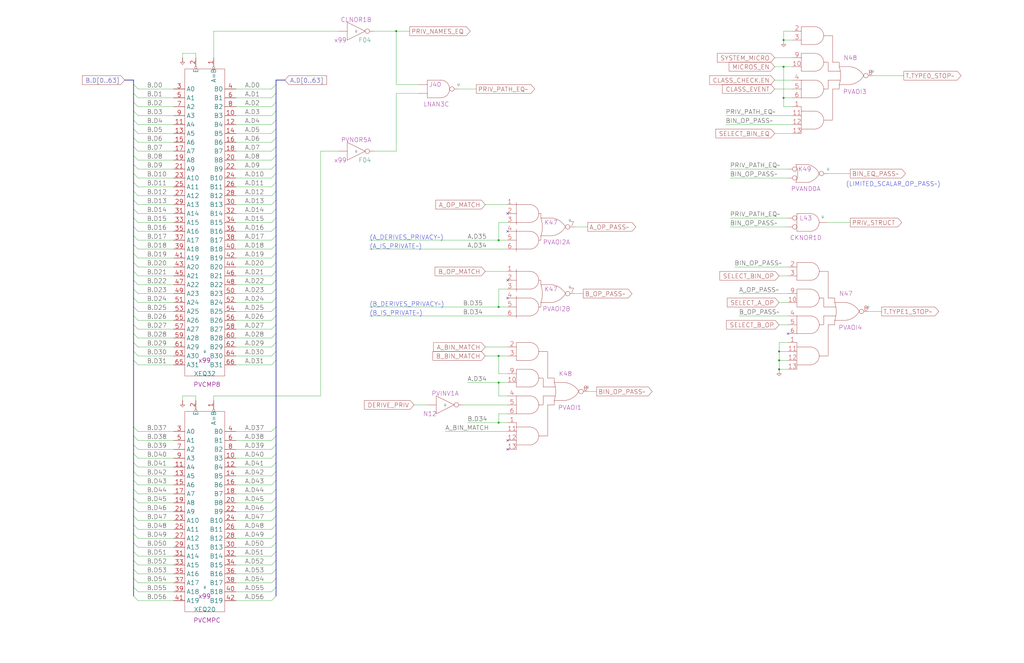
<source format=kicad_sch>
(kicad_sch (version 20220404) (generator eeschema)
  (paper "User" 584.2 378.46)
  (title_block (title "PRIVACY CHECK LOGIC") (date "15-MAR-90") (rev "1.0") (comment 1 "TYPE") (comment 2 "232-003062") (comment 3 "S400") (comment 4 "RELEASED"))
  (lib_symbols
    (symbol "r1000:F00" (pin_numbers hide) (pin_names hide)
      (property "Reference" "U" (at 15.24 0 0))
      (property "Value" "F00" (at 1.905 -5.08 0))
      (property "Location" "___" (at 1.905 0 0))
      (property "Name" "______" (at 2.54 -12.7 0))
      (symbol "F00_1_1"
        (pin input line (at -7.62 0 0) (length 5.08) (name "D0") (number "1"))
        (pin input line (at -7.62 -5.08 0) (length 5.08) (name "D1") (number "2"))
        (pin output line (at 15.24 -2.54 180) (length 2.54) (name "Q") (number "3"))
      )
      (symbol "F00_1_2"
        (pin input line (at -7.62 0 0) (length 2.54) (name "D0") (number "1"))
        (pin input line (at -7.62 -5.08 0) (length 2.54) (name "D1") (number "2"))
        (pin output line (at 15.24 -2.54 180) (length 5.08) (name "Q") (number "3"))
      )
    )
    (symbol "r1000:F02" (pin_numbers hide) (pin_names hide)
      (property "Reference" "U" (at 12.16 0.635 0))
      (property "Value" "F02" (at -1.27 -4.445 0))
      (property "Location" "___" (at 2.54 0 0))
      (property "Name" "______" (at 2.54 -12.7 0))
      (symbol "F02_1_1"
        (pin input line (at -7.62 0 0) (length 2.54) (name "D0") (number "1"))
        (pin input line (at -7.62 -5.08 0) (length 2.54) (name "D1") (number "2"))
        (pin output line (at 15.24 -2.54 180) (length 1.27) (name "Q") (number "3"))
      )
      (symbol "F02_1_2"
        (pin input line (at -7.62 0 0) (length 2.54) (name "D0") (number "1"))
        (pin input line (at -7.62 -5.08 0) (length 2.54) (name "D1") (number "2"))
        (pin output line (at 15.24 -2.54 180) (length 2.54) (name "Q") (number "3"))
      )
    )
    (symbol "r1000:F04" (pin_numbers hide) (pin_names hide)
      (property "Reference" "U" (at 0 0 0))
      (property "Value" "F04" (at 1.27 -5.08 0))
      (property "Location" "___" (at -12.7 -5.08 0))
      (property "Name" "______" (at 0 5.08 0))
      (symbol "F04_1_1"
        (pin input line (at -10.16 0 0) (length 2.54) (name "D0") (number "1"))
        (pin output line (at 10.16 0 180) (length 2.54) (name "Q") (number "2"))
      )
    )
    (symbol "r1000:F08" (pin_numbers hide) (pin_names hide)
      (property "Reference" "U" (at 15.24 0 0))
      (property "Value" "F08" (at 1.905 -5.08 0))
      (property "Location" "___" (at 1.905 0 0))
      (property "Name" "______" (at 2.54 -12.7 0))
      (symbol "F08_1_1"
        (pin input line (at -7.62 0 0) (length 5.08) (name "D0") (number "1"))
        (pin input line (at -7.62 -5.08 0) (length 5.08) (name "D1") (number "2"))
        (pin output line (at 15.24 -2.54 180) (length 5.08) (name "Q") (number "3"))
      )
      (symbol "F08_1_2"
        (pin input line (at -7.62 0 0) (length 2.54) (name "D0") (number "1"))
        (pin input line (at -7.62 -5.08 0) (length 2.54) (name "D1") (number "2"))
        (pin output line (at 15.24 -2.54 180) (length 2.54) (name "Q") (number "3"))
      )
    )
    (symbol "r1000:F51" (pin_names hide)
      (property "Reference" "U" (at 12.7 1.27 0))
      (property "Value" "F51" (at 1.905 -5.08 0))
      (property "Location" "___" (at 1.905 0 0))
      (property "Name" "______" (at 5.08 -12.7 0))
      (symbol "F51_1_1"
        (pin input line (at -22.86 10.16 0) (length 2.54) (name "A1") (number "1"))
        (pin input line (at -22.86 5.08 0) (length 2.54) (name "A2") (number "2"))
        (pin input line (at -22.86 0 0) (length 2.54) (name "A3") (number "3"))
        (pin input line (at -22.86 -5.08 0) (length 2.54) (name "B1") (number "4"))
        (pin input line (at -22.86 -10.16 0) (length 2.54) (name "B2") (number "5"))
        (pin input line (at -22.86 -15.24 0) (length 2.54) (name "B3") (number "6"))
        (pin output line (at 15.24 -2.54 180) (length 2.54) (name "Q") (number "7"))
      )
    )
    (symbol "r1000:F64" (pin_names hide)
      (property "Reference" "U" (at 15.24 2.54 0))
      (property "Value" "F64" (at 2.54 0 0))
      (property "Location" "___" (at 2.54 10.16 0))
      (property "Name" "______" (at 5.08 -10.62 0))
      (symbol "F64_1_1"
        (pin input line (at -30.48 -17.78 0) (length 5.08) (name "D0") (number "1"))
        (pin input line (at -30.48 5.08 0) (length 5.08) (name "B1") (number "10"))
        (pin input line (at -30.48 -22.86 0) (length 5.08) (name "D1") (number "11"))
        (pin input line (at -30.48 -27.94 0) (length 5.08) (name "D2") (number "12"))
        (pin input line (at -30.48 -33.02 0) (length 5.08) (name "D3") (number "13"))
        (pin input line (at -30.48 25.4 0) (length 5.08) (name "A0") (number "2"))
        (pin input line (at -30.48 20.32 0) (length 5.08) (name "A1") (number "3"))
        (pin input line (at -30.48 -2.54 0) (length 5.08) (name "C0") (number "4"))
        (pin input line (at -30.48 -7.62 0) (length 5.08) (name "C1") (number "5"))
        (pin input line (at -30.48 -12.7 0) (length 5.08) (name "C2") (number "6"))
        (pin output line (at 15.24 0 180) (length 2.54) (name "Q") (number "8"))
        (pin input line (at -30.48 10.16 0) (length 5.08) (name "B0") (number "9"))
      )
    )
    (symbol "r1000:PD" (power) (pin_numbers hide) (pin_names hide) (in_bom no)
      (symbol "PD_1_1"
        (pin power_in line (at 0 0 270) (length 2.54) (name "PD") (number "1"))
      )
    )
    (symbol "r1000:XEQ20" (pin_names (offset 1.016))
      (property "Reference" "U" (at 2.54 5.08 0))
      (property "Value" "XEQ20" (at -3.81 -7.62 0))
      (property "Location" "___" (at -1.27 0 0))
      (property "Name" "______" (at 3.81 -15.24 0))
      (symbol "XEQ20_1_1"
        (pin output line (at 7.62 111.76 270) (length 5.08) (name "A=B") (number "1"))
        (pin input line (at 20.32 78.74 180) (length 6.35) (name "B3") (number "10"))
        (pin input line (at -15.24 73.66 0) (length 6.35) (name "A4") (number "11"))
        (pin input line (at 20.32 73.66 180) (length 6.35) (name "B4") (number "12"))
        (pin input line (at -15.24 68.58 0) (length 6.35) (name "A5") (number "13"))
        (pin input line (at 20.32 68.58 180) (length 6.35) (name "B5") (number "14"))
        (pin input line (at -15.24 63.5 0) (length 6.35) (name "A6") (number "15"))
        (pin input line (at 20.32 63.5 180) (length 6.35) (name "B6") (number "16"))
        (pin input line (at -15.24 58.42 0) (length 6.35) (name "A7") (number "17"))
        (pin input line (at 20.32 58.42 180) (length 6.35) (name "B7") (number "18"))
        (pin input line (at -15.24 53.34 0) (length 6.35) (name "A8") (number "19"))
        (pin input line (at -2.54 111.76 270) (length 5.08) (name "E") (number "2"))
        (pin input line (at 20.32 53.34 180) (length 6.35) (name "B8") (number "20"))
        (pin input line (at -15.24 48.26 0) (length 6.35) (name "A9") (number "21"))
        (pin input line (at 20.32 48.26 180) (length 6.35) (name "B9") (number "22"))
        (pin input line (at -15.24 43.18 0) (length 6.35) (name "A10") (number "23"))
        (pin input line (at 20.32 43.18 180) (length 6.35) (name "B10") (number "24"))
        (pin input line (at -15.24 38.1 0) (length 6.35) (name "A11") (number "25"))
        (pin input line (at 20.32 38.1 180) (length 6.35) (name "B11") (number "26"))
        (pin input line (at -15.24 33.02 0) (length 6.35) (name "A12") (number "27"))
        (pin input line (at 20.32 33.02 180) (length 6.35) (name "B12") (number "28"))
        (pin input line (at -15.24 27.94 0) (length 6.35) (name "A13") (number "29"))
        (pin input line (at -15.24 93.98 0) (length 6.35) (name "A0") (number "3"))
        (pin input line (at 20.32 27.94 180) (length 6.35) (name "B13") (number "30"))
        (pin input line (at -15.24 22.86 0) (length 6.35) (name "A14") (number "31"))
        (pin input line (at 20.32 22.86 180) (length 6.35) (name "B14") (number "32"))
        (pin input line (at -15.24 17.78 0) (length 6.35) (name "A15") (number "33"))
        (pin input line (at 20.32 17.78 180) (length 6.35) (name "B15") (number "34"))
        (pin input line (at -15.24 12.7 0) (length 6.35) (name "A16") (number "35"))
        (pin input line (at 20.32 12.7 180) (length 6.35) (name "B16") (number "36"))
        (pin input line (at -15.24 7.62 0) (length 6.35) (name "A17") (number "37"))
        (pin input line (at 20.32 7.62 180) (length 6.35) (name "B17") (number "38"))
        (pin input line (at -15.24 2.54 0) (length 6.35) (name "A18") (number "39"))
        (pin input line (at 20.32 93.98 180) (length 6.35) (name "B0") (number "4"))
        (pin input line (at 20.32 2.54 180) (length 6.35) (name "B18") (number "40"))
        (pin input line (at -15.24 -2.54 0) (length 6.35) (name "A19") (number "41"))
        (pin input line (at 20.32 -2.54 180) (length 6.35) (name "B19") (number "42"))
        (pin input line (at -15.24 88.9 0) (length 6.35) (name "A1") (number "5"))
        (pin input line (at 20.32 88.9 180) (length 6.35) (name "B1") (number "6"))
        (pin input line (at -15.24 83.82 0) (length 6.35) (name "A2") (number "7"))
        (pin input line (at 20.32 83.82 180) (length 6.35) (name "B2") (number "8"))
        (pin input line (at -15.24 78.74 0) (length 6.35) (name "A3") (number "9"))
      )
    )
    (symbol "r1000:XEQ32" (pin_names (offset 1.016))
      (property "Reference" "U" (at 2.54 5.08 0))
      (property "Value" "XEQ32" (at -3.81 -7.62 0))
      (property "Location" "___" (at -1.27 0 0))
      (property "Name" "______" (at 3.81 -15.24 0))
      (symbol "XEQ32_1_1"
        (pin output line (at 7.62 172.72 270) (length 5.08) (name "A=B") (number "1"))
        (pin input line (at 20.32 139.7 180) (length 6.35) (name "B3") (number "10"))
        (pin input line (at -15.24 134.62 0) (length 6.35) (name "A4") (number "11"))
        (pin input line (at 20.32 134.62 180) (length 6.35) (name "B4") (number "12"))
        (pin input line (at -15.24 129.54 0) (length 6.35) (name "A5") (number "13"))
        (pin input line (at 20.32 129.54 180) (length 6.35) (name "B5") (number "14"))
        (pin input line (at -15.24 124.46 0) (length 6.35) (name "A6") (number "15"))
        (pin input line (at 20.32 124.46 180) (length 6.35) (name "B6") (number "16"))
        (pin input line (at -15.24 119.38 0) (length 6.35) (name "A7") (number "17"))
        (pin input line (at 20.32 119.38 180) (length 6.35) (name "B7") (number "18"))
        (pin input line (at -15.24 114.3 0) (length 6.35) (name "A8") (number "19"))
        (pin input line (at -2.54 172.72 270) (length 5.08) (name "E") (number "2"))
        (pin input line (at 20.32 114.3 180) (length 6.35) (name "B8") (number "20"))
        (pin input line (at -15.24 109.22 0) (length 6.35) (name "A9") (number "21"))
        (pin input line (at 20.32 109.22 180) (length 6.35) (name "B9") (number "22"))
        (pin input line (at -15.24 104.14 0) (length 6.35) (name "A10") (number "23"))
        (pin input line (at 20.32 104.14 180) (length 6.35) (name "B10") (number "24"))
        (pin input line (at -15.24 99.06 0) (length 6.35) (name "A11") (number "25"))
        (pin input line (at 20.32 99.06 180) (length 6.35) (name "B11") (number "26"))
        (pin input line (at -15.24 93.98 0) (length 6.35) (name "A12") (number "27"))
        (pin input line (at 20.32 93.98 180) (length 6.35) (name "B12") (number "28"))
        (pin input line (at -15.24 88.9 0) (length 6.35) (name "A13") (number "29"))
        (pin input line (at -15.24 154.94 0) (length 6.35) (name "A0") (number "3"))
        (pin input line (at 20.32 88.9 180) (length 6.35) (name "B13") (number "30"))
        (pin input line (at -15.24 83.82 0) (length 6.35) (name "A14") (number "31"))
        (pin input line (at 20.32 83.82 180) (length 6.35) (name "B14") (number "32"))
        (pin input line (at -15.24 78.74 0) (length 6.35) (name "A15") (number "33"))
        (pin input line (at 20.32 78.74 180) (length 6.35) (name "B15") (number "34"))
        (pin input line (at -15.24 73.66 0) (length 6.35) (name "A16") (number "35"))
        (pin input line (at 20.32 73.66 180) (length 6.35) (name "B16") (number "36"))
        (pin input line (at -15.24 68.58 0) (length 6.35) (name "A17") (number "37"))
        (pin input line (at 20.32 68.58 180) (length 6.35) (name "B17") (number "38"))
        (pin input line (at -15.24 63.5 0) (length 6.35) (name "A18") (number "39"))
        (pin input line (at 20.32 154.94 180) (length 6.35) (name "B0") (number "4"))
        (pin input line (at 20.32 63.5 180) (length 6.35) (name "B18") (number "40"))
        (pin input line (at -15.24 58.42 0) (length 6.35) (name "A19") (number "41"))
        (pin input line (at 20.32 58.42 180) (length 6.35) (name "B19") (number "42"))
        (pin input line (at -15.24 53.34 0) (length 6.35) (name "A20") (number "43"))
        (pin input line (at 20.32 53.34 180) (length 6.35) (name "B20") (number "44"))
        (pin input line (at -15.24 48.26 0) (length 6.35) (name "A21") (number "45"))
        (pin input line (at 20.32 48.26 180) (length 6.35) (name "B21") (number "46"))
        (pin input line (at -15.24 43.18 0) (length 6.35) (name "A22") (number "47"))
        (pin input line (at 20.32 43.18 180) (length 6.35) (name "B22") (number "48"))
        (pin input line (at -15.24 38.1 0) (length 6.35) (name "A23") (number "49"))
        (pin input line (at -15.24 149.86 0) (length 6.35) (name "A1") (number "5"))
        (pin input line (at 20.32 38.1 180) (length 6.35) (name "B23") (number "50"))
        (pin input line (at -15.24 33.02 0) (length 6.35) (name "A24") (number "51"))
        (pin input line (at 20.32 33.02 180) (length 6.35) (name "B24") (number "52"))
        (pin input line (at -15.24 27.94 0) (length 6.35) (name "A25") (number "53"))
        (pin input line (at 20.32 27.94 180) (length 6.35) (name "B25") (number "54"))
        (pin input line (at -15.24 22.86 0) (length 6.35) (name "A26") (number "55"))
        (pin input line (at 20.32 22.86 180) (length 6.35) (name "B26") (number "56"))
        (pin input line (at -15.24 17.78 0) (length 6.35) (name "A27") (number "57"))
        (pin input line (at 20.32 17.78 180) (length 6.35) (name "B27") (number "58"))
        (pin input line (at -15.24 12.7 0) (length 6.35) (name "A28") (number "59"))
        (pin input line (at 20.32 149.86 180) (length 6.35) (name "B1") (number "6"))
        (pin input line (at 20.32 12.7 180) (length 6.35) (name "B28") (number "60"))
        (pin input line (at -15.24 7.62 0) (length 6.35) (name "A29") (number "61"))
        (pin input line (at 20.32 7.62 180) (length 6.35) (name "B29") (number "62"))
        (pin input line (at -15.24 2.54 0) (length 6.35) (name "A30") (number "63"))
        (pin input line (at 20.32 2.54 180) (length 6.35) (name "B30") (number "64"))
        (pin input line (at -15.24 -2.54 0) (length 6.35) (name "A31") (number "65"))
        (pin input line (at 20.32 -2.54 180) (length 6.35) (name "B31") (number "66"))
        (pin input line (at -15.24 144.78 0) (length 6.35) (name "A2") (number "7"))
        (pin input line (at 20.32 144.78 180) (length 6.35) (name "B2") (number "8"))
        (pin input line (at -15.24 139.7 0) (length 6.35) (name "A3") (number "9"))
      )
    )
  )
  (junction (at 447.04 22.86))
  (junction (at 284.48 218.44))
  (junction (at 447.04 38.1))
  (junction (at 444.5 210.82))
  (junction (at 447.04 55.88))
  (junction (at 226.06 17.78))
  (junction (at 444.5 200.66))
  (junction (at 284.48 241.3))
  (junction (at 284.48 203.2))
  (junction (at 284.48 175.26))
  (junction (at 444.5 205.74))
  (junction (at 284.48 137.16))
  (no_connect (at 289.56 132.08))
  (no_connect (at 289.56 121.92))
  (no_connect (at 449.58 190.5))
  (no_connect (at 289.56 170.18))
  (no_connect (at 289.56 251.46))
  (no_connect (at 289.56 256.54))
  (no_connect (at 289.56 160.02))
  (bus_entry (at 76.2 180.34) (size 2.54 2.54))
  (bus_entry (at 76.2 119.38) (size 2.54 2.54))
  (bus_entry (at 157.48 180.34) (size -2.54 2.54))
  (bus_entry (at 157.48 104.14) (size -2.54 2.54))
  (bus_entry (at 157.48 73.66) (size -2.54 2.54))
  (bus_entry (at 76.2 114.3) (size 2.54 2.54))
  (bus_entry (at 157.48 170.18) (size -2.54 2.54))
  (bus_entry (at 157.48 259.08) (size -2.54 2.54))
  (bus_entry (at 157.48 205.74) (size -2.54 2.54))
  (bus_entry (at 76.2 304.8) (size 2.54 2.54))
  (bus_entry (at 76.2 53.34) (size 2.54 2.54))
  (bus_entry (at 157.48 129.54) (size -2.54 2.54))
  (bus_entry (at 76.2 124.46) (size 2.54 2.54))
  (bus_entry (at 76.2 144.78) (size 2.54 2.54))
  (bus_entry (at 76.2 88.9) (size 2.54 2.54))
  (bus_entry (at 157.48 284.48) (size -2.54 2.54))
  (bus_entry (at 157.48 330.2) (size -2.54 2.54))
  (bus_entry (at 157.48 335.28) (size -2.54 2.54))
  (bus_entry (at 157.48 264.16) (size -2.54 2.54))
  (bus_entry (at 157.48 309.88) (size -2.54 2.54))
  (bus_entry (at 157.48 114.3) (size -2.54 2.54))
  (bus_entry (at 76.2 134.62) (size 2.54 2.54))
  (bus_entry (at 157.48 58.42) (size -2.54 2.54))
  (bus_entry (at 157.48 243.84) (size -2.54 2.54))
  (bus_entry (at 157.48 53.34) (size -2.54 2.54))
  (bus_entry (at 76.2 325.12) (size 2.54 2.54))
  (bus_entry (at 157.48 294.64) (size -2.54 2.54))
  (bus_entry (at 76.2 279.4) (size 2.54 2.54))
  (bus_entry (at 157.48 139.7) (size -2.54 2.54))
  (bus_entry (at 76.2 299.72) (size 2.54 2.54))
  (bus_entry (at 157.48 254) (size -2.54 2.54))
  (bus_entry (at 76.2 248.92) (size 2.54 2.54))
  (bus_entry (at 157.48 119.38) (size -2.54 2.54))
  (bus_entry (at 157.48 289.56) (size -2.54 2.54))
  (bus_entry (at 76.2 63.5) (size 2.54 2.54))
  (bus_entry (at 76.2 93.98) (size 2.54 2.54))
  (bus_entry (at 76.2 154.94) (size 2.54 2.54))
  (bus_entry (at 76.2 243.84) (size 2.54 2.54))
  (bus_entry (at 157.48 149.86) (size -2.54 2.54))
  (bus_entry (at 76.2 294.64) (size 2.54 2.54))
  (bus_entry (at 76.2 200.66) (size 2.54 2.54))
  (bus_entry (at 157.48 195.58) (size -2.54 2.54))
  (bus_entry (at 76.2 185.42) (size 2.54 2.54))
  (bus_entry (at 157.48 124.46) (size -2.54 2.54))
  (bus_entry (at 76.2 190.5) (size 2.54 2.54))
  (bus_entry (at 76.2 205.74) (size 2.54 2.54))
  (bus_entry (at 157.48 269.24) (size -2.54 2.54))
  (bus_entry (at 157.48 325.12) (size -2.54 2.54))
  (bus_entry (at 157.48 93.98) (size -2.54 2.54))
  (bus_entry (at 157.48 154.94) (size -2.54 2.54))
  (bus_entry (at 76.2 314.96) (size 2.54 2.54))
  (bus_entry (at 76.2 170.18) (size 2.54 2.54))
  (bus_entry (at 76.2 264.16) (size 2.54 2.54))
  (bus_entry (at 157.48 48.26) (size -2.54 2.54))
  (bus_entry (at 157.48 248.92) (size -2.54 2.54))
  (bus_entry (at 76.2 284.48) (size 2.54 2.54))
  (bus_entry (at 157.48 185.42) (size -2.54 2.54))
  (bus_entry (at 76.2 68.58) (size 2.54 2.54))
  (bus_entry (at 157.48 63.5) (size -2.54 2.54))
  (bus_entry (at 76.2 139.7) (size 2.54 2.54))
  (bus_entry (at 76.2 320.04) (size 2.54 2.54))
  (bus_entry (at 76.2 274.32) (size 2.54 2.54))
  (bus_entry (at 76.2 58.42) (size 2.54 2.54))
  (bus_entry (at 157.48 78.74) (size -2.54 2.54))
  (bus_entry (at 76.2 165.1) (size 2.54 2.54))
  (bus_entry (at 76.2 289.56) (size 2.54 2.54))
  (bus_entry (at 76.2 73.66) (size 2.54 2.54))
  (bus_entry (at 157.48 144.78) (size -2.54 2.54))
  (bus_entry (at 157.48 200.66) (size -2.54 2.54))
  (bus_entry (at 157.48 320.04) (size -2.54 2.54))
  (bus_entry (at 76.2 160.02) (size 2.54 2.54))
  (bus_entry (at 157.48 304.8) (size -2.54 2.54))
  (bus_entry (at 157.48 165.1) (size -2.54 2.54))
  (bus_entry (at 157.48 99.06) (size -2.54 2.54))
  (bus_entry (at 76.2 104.14) (size 2.54 2.54))
  (bus_entry (at 76.2 175.26) (size 2.54 2.54))
  (bus_entry (at 76.2 195.58) (size 2.54 2.54))
  (bus_entry (at 76.2 340.36) (size 2.54 2.54))
  (bus_entry (at 157.48 314.96) (size -2.54 2.54))
  (bus_entry (at 76.2 83.82) (size 2.54 2.54))
  (bus_entry (at 157.48 190.5) (size -2.54 2.54))
  (bus_entry (at 76.2 99.06) (size 2.54 2.54))
  (bus_entry (at 76.2 309.88) (size 2.54 2.54))
  (bus_entry (at 157.48 274.32) (size -2.54 2.54))
  (bus_entry (at 157.48 279.4) (size -2.54 2.54))
  (bus_entry (at 157.48 340.36) (size -2.54 2.54))
  (bus_entry (at 76.2 330.2) (size 2.54 2.54))
  (bus_entry (at 76.2 254) (size 2.54 2.54))
  (bus_entry (at 157.48 83.82) (size -2.54 2.54))
  (bus_entry (at 76.2 48.26) (size 2.54 2.54))
  (bus_entry (at 76.2 78.74) (size 2.54 2.54))
  (bus_entry (at 76.2 269.24) (size 2.54 2.54))
  (bus_entry (at 157.48 299.72) (size -2.54 2.54))
  (bus_entry (at 157.48 134.62) (size -2.54 2.54))
  (bus_entry (at 157.48 160.02) (size -2.54 2.54))
  (bus_entry (at 76.2 335.28) (size 2.54 2.54))
  (bus_entry (at 76.2 149.86) (size 2.54 2.54))
  (bus_entry (at 76.2 109.22) (size 2.54 2.54))
  (bus_entry (at 157.48 175.26) (size -2.54 2.54))
  (bus_entry (at 157.48 68.58) (size -2.54 2.54))
  (bus_entry (at 76.2 129.54) (size 2.54 2.54))
  (bus_entry (at 157.48 88.9) (size -2.54 2.54))
  (bus_entry (at 76.2 259.08) (size 2.54 2.54))
  (bus_entry (at 157.48 109.22) (size -2.54 2.54))
  (wire (pts (xy 134.62 322.58) (xy 154.94 322.58)))
  (wire (pts (xy 421.64 180.34) (xy 449.58 180.34)))
  (bus (pts (xy 76.2 165.1) (xy 76.2 170.18)))
  (wire (pts (xy 134.62 91.44) (xy 154.94 91.44)))
  (wire (pts (xy 78.74 327.66) (xy 99.06 327.66)))
  (bus (pts (xy 76.2 289.56) (xy 76.2 294.64)))
  (wire (pts (xy 284.48 127) (xy 284.48 137.16)))
  (bus (pts (xy 76.2 73.66) (xy 76.2 78.74)))
  (bus (pts (xy 76.2 299.72) (xy 76.2 304.8)))
  (bus (pts (xy 157.48 289.56) (xy 157.48 294.64)))
  (wire (pts (xy 226.06 53.34) (xy 226.06 86.36)))
  (wire (pts (xy 182.88 86.36) (xy 193.04 86.36)))
  (bus (pts (xy 157.48 63.5) (xy 157.48 68.58)))
  (wire (pts (xy 134.62 116.84) (xy 154.94 116.84)))
  (bus (pts (xy 157.48 314.96) (xy 157.48 320.04)))
  (bus (pts (xy 76.2 93.98) (xy 76.2 99.06)))
  (wire (pts (xy 276.86 198.12) (xy 289.56 198.12)))
  (bus (pts (xy 157.48 104.14) (xy 157.48 109.22)))
  (bus (pts (xy 157.48 68.58) (xy 157.48 73.66)))
  (wire (pts (xy 134.62 121.92) (xy 154.94 121.92)))
  (bus (pts (xy 157.48 320.04) (xy 157.48 325.12)))
  (bus (pts (xy 157.48 309.88) (xy 157.48 314.96)))
  (wire (pts (xy 327.66 167.64) (xy 332.74 167.64)))
  (wire (pts (xy 226.06 17.78) (xy 233.68 17.78)))
  (wire (pts (xy 284.48 137.16) (xy 289.56 137.16)))
  (bus (pts (xy 76.2 304.8) (xy 76.2 309.88)))
  (wire (pts (xy 182.88 226.06) (xy 182.88 86.36)))
  (wire (pts (xy 284.48 236.22) (xy 284.48 241.3)))
  (wire (pts (xy 414.02 71.12) (xy 452.12 71.12)))
  (wire (pts (xy 444.5 200.66) (xy 444.5 205.74)))
  (bus (pts (xy 157.48 58.42) (xy 157.48 63.5)))
  (wire (pts (xy 441.96 76.2) (xy 452.12 76.2)))
  (bus (pts (xy 76.2 139.7) (xy 76.2 144.78)))
  (wire (pts (xy 78.74 116.84) (xy 99.06 116.84)))
  (wire (pts (xy 289.56 226.06) (xy 284.48 226.06)))
  (bus (pts (xy 76.2 195.58) (xy 76.2 200.66)))
  (wire (pts (xy 441.96 50.8) (xy 452.12 50.8)))
  (wire (pts (xy 276.86 116.84) (xy 289.56 116.84)))
  (bus (pts (xy 76.2 180.34) (xy 76.2 185.42)))
  (bus (pts (xy 76.2 254) (xy 76.2 259.08)))
  (bus (pts (xy 157.48 180.34) (xy 157.48 185.42)))
  (wire (pts (xy 78.74 312.42) (xy 99.06 312.42)))
  (bus (pts (xy 157.48 205.74) (xy 157.48 243.84)))
  (wire (pts (xy 78.74 302.26) (xy 99.06 302.26)))
  (wire (pts (xy 78.74 266.7) (xy 99.06 266.7)))
  (wire (pts (xy 134.62 187.96) (xy 154.94 187.96)))
  (wire (pts (xy 78.74 86.36) (xy 99.06 86.36)))
  (bus (pts (xy 76.2 68.58) (xy 76.2 73.66)))
  (bus (pts (xy 76.2 45.72) (xy 76.2 48.26)))
  (bus (pts (xy 157.48 170.18) (xy 157.48 175.26)))
  (wire (pts (xy 78.74 96.52) (xy 99.06 96.52)))
  (wire (pts (xy 78.74 142.24) (xy 99.06 142.24)))
  (wire (pts (xy 104.14 30.48) (xy 111.76 30.48)))
  (wire (pts (xy 78.74 297.18) (xy 99.06 297.18)))
  (wire (pts (xy 78.74 317.5) (xy 99.06 317.5)))
  (wire (pts (xy 284.48 127) (xy 289.56 127)))
  (bus (pts (xy 76.2 160.02) (xy 76.2 165.1)))
  (bus (pts (xy 76.2 274.32) (xy 76.2 279.4)))
  (wire (pts (xy 284.48 165.1) (xy 284.48 175.26)))
  (bus (pts (xy 76.2 144.78) (xy 76.2 149.86)))
  (bus (pts (xy 157.48 73.66) (xy 157.48 78.74)))
  (wire (pts (xy 264.16 231.14) (xy 289.56 231.14)))
  (bus (pts (xy 157.48 299.72) (xy 157.48 304.8)))
  (bus (pts (xy 76.2 243.84) (xy 76.2 248.92)))
  (wire (pts (xy 78.74 337.82) (xy 99.06 337.82)))
  (bus (pts (xy 157.48 165.1) (xy 157.48 170.18)))
  (wire (pts (xy 210.82 142.24) (xy 289.56 142.24)))
  (wire (pts (xy 284.48 213.36) (xy 289.56 213.36)))
  (wire (pts (xy 254 246.38) (xy 289.56 246.38)))
  (wire (pts (xy 284.48 218.44) (xy 289.56 218.44)))
  (wire (pts (xy 78.74 203.2) (xy 99.06 203.2)))
  (wire (pts (xy 78.74 271.78) (xy 99.06 271.78)))
  (bus (pts (xy 76.2 129.54) (xy 76.2 134.62)))
  (wire (pts (xy 78.74 162.56) (xy 99.06 162.56)))
  (wire (pts (xy 210.82 180.34) (xy 289.56 180.34)))
  (bus (pts (xy 76.2 154.94) (xy 76.2 160.02)))
  (wire (pts (xy 449.58 124.46) (xy 416.56 124.46)))
  (bus (pts (xy 76.2 335.28) (xy 76.2 340.36)))
  (wire (pts (xy 78.74 91.44) (xy 99.06 91.44)))
  (wire (pts (xy 111.76 30.48) (xy 111.76 33.02)))
  (wire (pts (xy 78.74 132.08) (xy 99.06 132.08)))
  (wire (pts (xy 289.56 203.2) (xy 284.48 203.2)))
  (wire (pts (xy 78.74 157.48) (xy 99.06 157.48)))
  (wire (pts (xy 134.62 297.18) (xy 154.94 297.18)))
  (wire (pts (xy 416.56 129.54) (xy 449.58 129.54)))
  (bus (pts (xy 157.48 144.78) (xy 157.48 149.86)))
  (wire (pts (xy 78.74 182.88) (xy 99.06 182.88)))
  (wire (pts (xy 134.62 66.04) (xy 154.94 66.04)))
  (wire (pts (xy 78.74 342.9) (xy 99.06 342.9)))
  (bus (pts (xy 76.2 259.08) (xy 76.2 264.16)))
  (wire (pts (xy 284.48 203.2) (xy 284.48 213.36)))
  (wire (pts (xy 134.62 193.04) (xy 154.94 193.04)))
  (wire (pts (xy 134.62 342.9) (xy 154.94 342.9)))
  (bus (pts (xy 157.48 195.58) (xy 157.48 200.66)))
  (bus (pts (xy 157.48 53.34) (xy 157.48 58.42)))
  (bus (pts (xy 157.48 45.72) (xy 157.48 48.26)))
  (wire (pts (xy 78.74 106.68) (xy 99.06 106.68)))
  (bus (pts (xy 157.48 279.4) (xy 157.48 284.48)))
  (bus (pts (xy 76.2 104.14) (xy 76.2 109.22)))
  (bus (pts (xy 157.48 129.54) (xy 157.48 134.62)))
  (bus (pts (xy 157.48 154.94) (xy 157.48 160.02)))
  (wire (pts (xy 444.5 185.42) (xy 449.58 185.42)))
  (wire (pts (xy 78.74 276.86) (xy 99.06 276.86)))
  (wire (pts (xy 447.04 22.86) (xy 452.12 22.86)))
  (wire (pts (xy 134.62 332.74) (xy 154.94 332.74)))
  (bus (pts (xy 71.12 45.72) (xy 76.2 45.72)))
  (wire (pts (xy 414.02 66.04) (xy 452.12 66.04)))
  (wire (pts (xy 78.74 307.34) (xy 99.06 307.34)))
  (wire (pts (xy 134.62 208.28) (xy 154.94 208.28)))
  (wire (pts (xy 134.62 55.88) (xy 154.94 55.88)))
  (wire (pts (xy 78.74 167.64) (xy 99.06 167.64)))
  (wire (pts (xy 134.62 327.66) (xy 154.94 327.66)))
  (wire (pts (xy 78.74 66.04) (xy 99.06 66.04)))
  (wire (pts (xy 236.22 231.14) (xy 243.84 231.14)))
  (wire (pts (xy 444.5 195.58) (xy 444.5 200.66)))
  (wire (pts (xy 441.96 45.72) (xy 452.12 45.72)))
  (wire (pts (xy 444.5 210.82) (xy 449.58 210.82)))
  (wire (pts (xy 289.56 175.26) (xy 284.48 175.26)))
  (bus (pts (xy 76.2 330.2) (xy 76.2 335.28)))
  (wire (pts (xy 134.62 81.28) (xy 154.94 81.28)))
  (bus (pts (xy 157.48 114.3) (xy 157.48 119.38)))
  (wire (pts (xy 449.58 205.74) (xy 444.5 205.74)))
  (wire (pts (xy 134.62 317.5) (xy 154.94 317.5)))
  (wire (pts (xy 226.06 17.78) (xy 226.06 48.26)))
  (wire (pts (xy 452.12 60.96) (xy 447.04 60.96)))
  (wire (pts (xy 441.96 33.02) (xy 452.12 33.02)))
  (wire (pts (xy 447.04 38.1) (xy 452.12 38.1)))
  (bus (pts (xy 157.48 185.42) (xy 157.48 190.5)))
  (wire (pts (xy 134.62 127) (xy 154.94 127)))
  (wire (pts (xy 289.56 165.1) (xy 284.48 165.1)))
  (bus (pts (xy 157.48 269.24) (xy 157.48 274.32)))
  (bus (pts (xy 76.2 99.06) (xy 76.2 104.14)))
  (bus (pts (xy 157.48 109.22) (xy 157.48 114.3)))
  (wire (pts (xy 134.62 261.62) (xy 154.94 261.62)))
  (bus (pts (xy 157.48 274.32) (xy 157.48 279.4)))
  (bus (pts (xy 157.48 243.84) (xy 157.48 248.92)))
  (wire (pts (xy 78.74 127) (xy 99.06 127)))
  (wire (pts (xy 134.62 251.46) (xy 154.94 251.46)))
  (wire (pts (xy 213.36 17.78) (xy 226.06 17.78)))
  (wire (pts (xy 444.5 200.66) (xy 449.58 200.66)))
  (wire (pts (xy 134.62 111.76) (xy 154.94 111.76)))
  (bus (pts (xy 76.2 264.16) (xy 76.2 269.24)))
  (bus (pts (xy 157.48 304.8) (xy 157.48 309.88)))
  (wire (pts (xy 121.92 33.02) (xy 121.92 17.78)))
  (wire (pts (xy 78.74 208.28) (xy 99.06 208.28)))
  (bus (pts (xy 76.2 200.66) (xy 76.2 205.74)))
  (wire (pts (xy 78.74 322.58) (xy 99.06 322.58)))
  (wire (pts (xy 78.74 332.74) (xy 99.06 332.74)))
  (bus (pts (xy 157.48 335.28) (xy 157.48 340.36)))
  (wire (pts (xy 78.74 55.88) (xy 99.06 55.88)))
  (wire (pts (xy 134.62 302.26) (xy 154.94 302.26)))
  (wire (pts (xy 78.74 101.6) (xy 99.06 101.6)))
  (wire (pts (xy 444.5 205.74) (xy 444.5 210.82)))
  (wire (pts (xy 238.76 48.26) (xy 226.06 48.26)))
  (wire (pts (xy 134.62 167.64) (xy 154.94 167.64)))
  (wire (pts (xy 121.92 226.06) (xy 182.88 226.06)))
  (bus (pts (xy 157.48 264.16) (xy 157.48 269.24)))
  (wire (pts (xy 134.62 256.54) (xy 154.94 256.54)))
  (wire (pts (xy 213.36 86.36) (xy 226.06 86.36)))
  (wire (pts (xy 134.62 96.52) (xy 154.94 96.52)))
  (wire (pts (xy 78.74 172.72) (xy 99.06 172.72)))
  (wire (pts (xy 104.14 33.02) (xy 104.14 30.48)))
  (wire (pts (xy 416.56 96.52) (xy 449.58 96.52)))
  (bus (pts (xy 76.2 248.92) (xy 76.2 254)))
  (wire (pts (xy 134.62 281.94) (xy 154.94 281.94)))
  (wire (pts (xy 134.62 246.38) (xy 154.94 246.38)))
  (wire (pts (xy 447.04 17.78) (xy 447.04 22.86)))
  (wire (pts (xy 78.74 60.96) (xy 99.06 60.96)))
  (bus (pts (xy 76.2 88.9) (xy 76.2 93.98)))
  (wire (pts (xy 78.74 281.94) (xy 99.06 281.94)))
  (wire (pts (xy 289.56 236.22) (xy 284.48 236.22)))
  (wire (pts (xy 449.58 195.58) (xy 444.5 195.58)))
  (wire (pts (xy 276.86 154.94) (xy 289.56 154.94)))
  (wire (pts (xy 78.74 76.2) (xy 99.06 76.2)))
  (bus (pts (xy 157.48 124.46) (xy 157.48 129.54)))
  (wire (pts (xy 78.74 137.16) (xy 99.06 137.16)))
  (wire (pts (xy 111.76 226.06) (xy 111.76 228.6)))
  (wire (pts (xy 447.04 60.96) (xy 447.04 55.88)))
  (wire (pts (xy 335.28 223.52) (xy 340.36 223.52)))
  (wire (pts (xy 210.82 137.16) (xy 284.48 137.16)))
  (wire (pts (xy 134.62 337.82) (xy 154.94 337.82)))
  (wire (pts (xy 134.62 157.48) (xy 154.94 157.48)))
  (wire (pts (xy 284.48 226.06) (xy 284.48 218.44)))
  (bus (pts (xy 76.2 170.18) (xy 76.2 175.26)))
  (wire (pts (xy 447.04 55.88) (xy 452.12 55.88)))
  (bus (pts (xy 76.2 279.4) (xy 76.2 284.48)))
  (wire (pts (xy 121.92 17.78) (xy 193.04 17.78)))
  (bus (pts (xy 157.48 200.66) (xy 157.48 205.74)))
  (wire (pts (xy 276.86 203.2) (xy 284.48 203.2)))
  (wire (pts (xy 78.74 251.46) (xy 99.06 251.46)))
  (wire (pts (xy 78.74 287.02) (xy 99.06 287.02)))
  (wire (pts (xy 441.96 38.1) (xy 447.04 38.1)))
  (wire (pts (xy 121.92 228.6) (xy 121.92 226.06)))
  (wire (pts (xy 134.62 271.78) (xy 154.94 271.78)))
  (wire (pts (xy 134.62 172.72) (xy 154.94 172.72)))
  (wire (pts (xy 134.62 147.32) (xy 154.94 147.32)))
  (bus (pts (xy 76.2 149.86) (xy 76.2 154.94)))
  (bus (pts (xy 157.48 325.12) (xy 157.48 330.2)))
  (wire (pts (xy 78.74 121.92) (xy 99.06 121.92)))
  (wire (pts (xy 78.74 50.8) (xy 99.06 50.8)))
  (wire (pts (xy 261.62 50.8) (xy 271.78 50.8)))
  (bus (pts (xy 76.2 269.24) (xy 76.2 274.32)))
  (bus (pts (xy 76.2 190.5) (xy 76.2 195.58)))
  (wire (pts (xy 78.74 81.28) (xy 99.06 81.28)))
  (bus (pts (xy 157.48 175.26) (xy 157.48 180.34)))
  (wire (pts (xy 134.62 60.96) (xy 154.94 60.96)))
  (wire (pts (xy 78.74 193.04) (xy 99.06 193.04)))
  (bus (pts (xy 157.48 93.98) (xy 157.48 99.06)))
  (wire (pts (xy 78.74 292.1) (xy 99.06 292.1)))
  (bus (pts (xy 157.48 78.74) (xy 157.48 83.82)))
  (bus (pts (xy 76.2 48.26) (xy 76.2 53.34)))
  (wire (pts (xy 104.14 226.06) (xy 111.76 226.06)))
  (wire (pts (xy 78.74 187.96) (xy 99.06 187.96)))
  (bus (pts (xy 157.48 284.48) (xy 157.48 289.56)))
  (bus (pts (xy 157.48 139.7) (xy 157.48 144.78)))
  (wire (pts (xy 210.82 175.26) (xy 284.48 175.26)))
  (wire (pts (xy 134.62 307.34) (xy 154.94 307.34)))
  (bus (pts (xy 157.48 190.5) (xy 157.48 195.58)))
  (bus (pts (xy 76.2 83.82) (xy 76.2 88.9)))
  (wire (pts (xy 134.62 50.8) (xy 154.94 50.8)))
  (bus (pts (xy 157.48 134.62) (xy 157.48 139.7)))
  (wire (pts (xy 78.74 71.12) (xy 99.06 71.12)))
  (bus (pts (xy 76.2 175.26) (xy 76.2 180.34)))
  (wire (pts (xy 134.62 203.2) (xy 154.94 203.2)))
  (wire (pts (xy 416.56 101.6) (xy 449.58 101.6)))
  (wire (pts (xy 134.62 71.12) (xy 154.94 71.12)))
  (bus (pts (xy 157.48 160.02) (xy 157.48 165.1)))
  (wire (pts (xy 78.74 111.76) (xy 99.06 111.76)))
  (wire (pts (xy 134.62 162.56) (xy 154.94 162.56)))
  (wire (pts (xy 134.62 287.02) (xy 154.94 287.02)))
  (bus (pts (xy 157.48 88.9) (xy 157.48 93.98)))
  (wire (pts (xy 134.62 86.36) (xy 154.94 86.36)))
  (bus (pts (xy 76.2 53.34) (xy 76.2 58.42)))
  (wire (pts (xy 78.74 261.62) (xy 99.06 261.62)))
  (wire (pts (xy 226.06 53.34) (xy 238.76 53.34)))
  (wire (pts (xy 78.74 177.8) (xy 99.06 177.8)))
  (bus (pts (xy 157.48 248.92) (xy 157.48 254)))
  (wire (pts (xy 134.62 276.86) (xy 154.94 276.86)))
  (bus (pts (xy 157.48 119.38) (xy 157.48 124.46)))
  (bus (pts (xy 76.2 320.04) (xy 76.2 325.12)))
  (bus (pts (xy 76.2 78.74) (xy 76.2 83.82)))
  (wire (pts (xy 472.44 127) (xy 485.14 127)))
  (wire (pts (xy 134.62 177.8) (xy 154.94 177.8)))
  (wire (pts (xy 284.48 241.3) (xy 289.56 241.3)))
  (wire (pts (xy 78.74 147.32) (xy 99.06 147.32)))
  (wire (pts (xy 134.62 101.6) (xy 154.94 101.6)))
  (wire (pts (xy 134.62 182.88) (xy 154.94 182.88)))
  (bus (pts (xy 157.48 48.26) (xy 157.48 53.34)))
  (bus (pts (xy 157.48 83.82) (xy 157.48 88.9)))
  (bus (pts (xy 76.2 284.48) (xy 76.2 289.56)))
  (wire (pts (xy 78.74 246.38) (xy 99.06 246.38)))
  (wire (pts (xy 134.62 198.12) (xy 154.94 198.12)))
  (wire (pts (xy 78.74 198.12) (xy 99.06 198.12)))
  (wire (pts (xy 134.62 312.42) (xy 154.94 312.42)))
  (bus (pts (xy 76.2 185.42) (xy 76.2 190.5)))
  (wire (pts (xy 452.12 17.78) (xy 447.04 17.78)))
  (wire (pts (xy 134.62 266.7) (xy 154.94 266.7)))
  (bus (pts (xy 76.2 63.5) (xy 76.2 68.58)))
  (bus (pts (xy 157.48 149.86) (xy 157.48 154.94)))
  (wire (pts (xy 495.3 177.8) (xy 502.92 177.8)))
  (wire (pts (xy 421.64 167.64) (xy 449.58 167.64)))
  (bus (pts (xy 76.2 109.22) (xy 76.2 114.3)))
  (wire (pts (xy 134.62 132.08) (xy 154.94 132.08)))
  (bus (pts (xy 157.48 294.64) (xy 157.48 299.72)))
  (wire (pts (xy 134.62 76.2) (xy 154.94 76.2)))
  (wire (pts (xy 335.28 129.54) (xy 327.66 129.54)))
  (wire (pts (xy 134.62 106.68) (xy 154.94 106.68)))
  (bus (pts (xy 76.2 134.62) (xy 76.2 139.7)))
  (wire (pts (xy 134.62 152.4) (xy 154.94 152.4)))
  (wire (pts (xy 78.74 152.4) (xy 99.06 152.4)))
  (wire (pts (xy 104.14 228.6) (xy 104.14 226.06)))
  (wire (pts (xy 266.7 241.3) (xy 284.48 241.3)))
  (wire (pts (xy 266.7 218.44) (xy 284.48 218.44)))
  (bus (pts (xy 76.2 309.88) (xy 76.2 314.96)))
  (bus (pts (xy 76.2 114.3) (xy 76.2 119.38)))
  (bus (pts (xy 76.2 314.96) (xy 76.2 320.04)))
  (bus (pts (xy 76.2 119.38) (xy 76.2 124.46)))
  (wire (pts (xy 447.04 38.1) (xy 447.04 55.88)))
  (bus (pts (xy 157.48 330.2) (xy 157.48 335.28)))
  (wire (pts (xy 134.62 142.24) (xy 154.94 142.24)))
  (bus (pts (xy 76.2 294.64) (xy 76.2 299.72)))
  (wire (pts (xy 472.44 99.06) (xy 485.14 99.06)))
  (wire (pts (xy 134.62 137.16) (xy 154.94 137.16)))
  (bus (pts (xy 76.2 205.74) (xy 76.2 243.84)))
  (wire (pts (xy 419.1 152.4) (xy 449.58 152.4)))
  (wire (pts (xy 134.62 292.1) (xy 154.94 292.1)))
  (bus (pts (xy 157.48 259.08) (xy 157.48 264.16)))
  (bus (pts (xy 157.48 45.72) (xy 162.56 45.72)))
  (wire (pts (xy 78.74 256.54) (xy 99.06 256.54)))
  (bus (pts (xy 157.48 99.06) (xy 157.48 104.14)))
  (bus (pts (xy 76.2 58.42) (xy 76.2 63.5)))
  (bus (pts (xy 157.48 254) (xy 157.48 259.08)))
  (wire (pts (xy 444.5 172.72) (xy 449.58 172.72)))
  (bus (pts (xy 76.2 124.46) (xy 76.2 129.54)))
  (wire (pts (xy 444.5 157.48) (xy 449.58 157.48)))
  (bus (pts (xy 76.2 325.12) (xy 76.2 330.2)))
  (wire (pts (xy 497.84 43.18) (xy 515.62 43.18)))
  (text "(LIMITED_SCALAR_OP_PASS~)\n" (at 482.6 106.68 0) (effects (font (size 2.54 2.54)) (justify left bottom)))
  (text "(A_DERIVES_PRIVACY~)" (at 210.82 137.16 0) (effects (font (size 2.54 2.54)) (justify left bottom)))
  (text "(B_DERIVES_PRIVACY~)" (at 210.82 175.26 0) (effects (font (size 2.54 2.54)) (justify left bottom)))
  (text "(A_IS_PRIVATE~)\n" (at 210.82 142.24 0) (effects (font (size 2.54 2.54)) (justify left bottom)))
  (text "(B_IS_PRIVATE~)" (at 210.82 180.34 0) (effects (font (size 2.54 2.54)) (justify left bottom)))
  (label "B.D49" (at 83.82 307.34 0) (effects (font (size 2.54 2.54))))
  (label "B_OP_PASS~" (at 421.64 180.34 0) (effects (font (size 2.54 2.54))))
  (label "A.D35" (at 266.7 137.16 0) (effects (font (size 2.54 2.54))))
  (label "A.D15" (at 139.7 127 0) (effects (font (size 2.54 2.54))))
  (label "B.D13" (at 83.82 116.84 0) (effects (font (size 2.54 2.54))))
  (label "A.D31" (at 139.7 208.28 0) (effects (font (size 2.54 2.54))))
  (label "A.D45" (at 139.7 287.02 0) (effects (font (size 2.54 2.54))))
  (label "A.D47" (at 139.7 297.18 0) (effects (font (size 2.54 2.54))))
  (label "A.D52" (at 139.7 322.58 0) (effects (font (size 2.54 2.54))))
  (label "A.D42" (at 139.7 271.78 0) (effects (font (size 2.54 2.54))))
  (label "B.D6" (at 83.82 81.28 0) (effects (font (size 2.54 2.54))))
  (label "B.D34" (at 266.7 241.3 0) (effects (font (size 2.54 2.54))))
  (label "A.D1" (at 139.7 55.88 0) (effects (font (size 2.54 2.54))))
  (label "A.D12" (at 139.7 111.76 0) (effects (font (size 2.54 2.54))))
  (label "B.D19" (at 83.82 147.32 0) (effects (font (size 2.54 2.54))))
  (label "B.D55" (at 83.82 337.82 0) (effects (font (size 2.54 2.54))))
  (label "B.D17" (at 83.82 137.16 0) (effects (font (size 2.54 2.54))))
  (label "B.D44" (at 83.82 281.94 0) (effects (font (size 2.54 2.54))))
  (label "A.D7" (at 139.7 86.36 0) (effects (font (size 2.54 2.54))))
  (label "B.D11" (at 83.82 106.68 0) (effects (font (size 2.54 2.54))))
  (label "A.D24" (at 139.7 172.72 0) (effects (font (size 2.54 2.54))))
  (label "A.D29" (at 139.7 198.12 0) (effects (font (size 2.54 2.54))))
  (label "B.D45" (at 83.82 287.02 0) (effects (font (size 2.54 2.54))))
  (label "A.D5" (at 139.7 76.2 0) (effects (font (size 2.54 2.54))))
  (label "A.D25" (at 139.7 177.8 0) (effects (font (size 2.54 2.54))))
  (label "B.D54" (at 83.82 332.74 0) (effects (font (size 2.54 2.54))))
  (label "A.D50" (at 139.7 312.42 0) (effects (font (size 2.54 2.54))))
  (label "A.D27" (at 139.7 187.96 0) (effects (font (size 2.54 2.54))))
  (label "A.D0" (at 139.7 50.8 0) (effects (font (size 2.54 2.54))))
  (label "B.D35" (at 264.16 175.26 0) (effects (font (size 2.54 2.54))))
  (label "B.D9" (at 83.82 96.52 0) (effects (font (size 2.54 2.54))))
  (label "A.D21" (at 139.7 157.48 0) (effects (font (size 2.54 2.54))))
  (label "B.D41" (at 83.82 266.7 0) (effects (font (size 2.54 2.54))))
  (label "A.D4" (at 139.7 71.12 0) (effects (font (size 2.54 2.54))))
  (label "A.D49" (at 139.7 307.34 0) (effects (font (size 2.54 2.54))))
  (label "A.D54" (at 139.7 332.74 0) (effects (font (size 2.54 2.54))))
  (label "B.D12" (at 83.82 111.76 0) (effects (font (size 2.54 2.54))))
  (label "A.D17" (at 139.7 137.16 0) (effects (font (size 2.54 2.54))))
  (label "A_OP_PASS~" (at 421.64 167.64 0) (effects (font (size 2.54 2.54))))
  (label "B.D10" (at 83.82 101.6 0) (effects (font (size 2.54 2.54))))
  (label "A.D18" (at 139.7 142.24 0) (effects (font (size 2.54 2.54))))
  (label "A.D30" (at 139.7 203.2 0) (effects (font (size 2.54 2.54))))
  (label "A.D44" (at 139.7 281.94 0) (effects (font (size 2.54 2.54))))
  (label "A.D14" (at 139.7 121.92 0) (effects (font (size 2.54 2.54))))
  (label "B.D34" (at 264.16 180.34 0) (effects (font (size 2.54 2.54))))
  (label "B.D2" (at 83.82 60.96 0) (effects (font (size 2.54 2.54))))
  (label "B.D52" (at 83.82 322.58 0) (effects (font (size 2.54 2.54))))
  (label "A.D3" (at 139.7 66.04 0) (effects (font (size 2.54 2.54))))
  (label "A.D22" (at 139.7 162.56 0) (effects (font (size 2.54 2.54))))
  (label "B.D4" (at 83.82 71.12 0) (effects (font (size 2.54 2.54))))
  (label "B.D8" (at 83.82 91.44 0) (effects (font (size 2.54 2.54))))
  (label "B.D1" (at 83.82 55.88 0) (effects (font (size 2.54 2.54))))
  (label "BIN_OP_PASS~" (at 416.56 129.54 0) (effects (font (size 2.54 2.54))))
  (label "A.D23" (at 139.7 167.64 0) (effects (font (size 2.54 2.54))))
  (label "B.D18" (at 83.82 142.24 0) (effects (font (size 2.54 2.54))))
  (label "A.D2" (at 139.7 60.96 0) (effects (font (size 2.54 2.54))))
  (label "A.D41" (at 139.7 266.7 0) (effects (font (size 2.54 2.54))))
  (label "A.D20" (at 139.7 152.4 0) (effects (font (size 2.54 2.54))))
  (label "B.D48" (at 83.82 302.26 0) (effects (font (size 2.54 2.54))))
  (label "A.D8" (at 139.7 91.44 0) (effects (font (size 2.54 2.54))))
  (label "A.D37" (at 139.7 246.38 0) (effects (font (size 2.54 2.54))))
  (label "BIN_OP_PASS~" (at 419.1 152.4 0) (effects (font (size 2.54 2.54))))
  (label "A.D39" (at 139.7 256.54 0) (effects (font (size 2.54 2.54))))
  (label "PRIV_PATH_EQ~" (at 416.56 96.52 0) (effects (font (size 2.54 2.54))))
  (label "A.D53" (at 139.7 327.66 0) (effects (font (size 2.54 2.54))))
  (label "BIN_OP_PASS~" (at 414.02 71.12 0) (effects (font (size 2.54 2.54))))
  (label "B.D43" (at 83.82 276.86 0) (effects (font (size 2.54 2.54))))
  (label "A.D34" (at 266.7 142.24 0) (effects (font (size 2.54 2.54))))
  (label "A_BIN_MATCH" (at 254 246.38 0) (effects (font (size 2.54 2.54))))
  (label "B.D3" (at 83.82 66.04 0) (effects (font (size 2.54 2.54))))
  (label "B.D29" (at 83.82 198.12 0) (effects (font (size 2.54 2.54))))
  (label "B.D14" (at 83.82 121.92 0) (effects (font (size 2.54 2.54))))
  (label "A.D19" (at 139.7 147.32 0) (effects (font (size 2.54 2.54))))
  (label "B.D21" (at 83.82 157.48 0) (effects (font (size 2.54 2.54))))
  (label "B.D28" (at 83.82 193.04 0) (effects (font (size 2.54 2.54))))
  (label "A.D40" (at 139.7 261.62 0) (effects (font (size 2.54 2.54))))
  (label "B.D15" (at 83.82 127 0) (effects (font (size 2.54 2.54))))
  (label "B.D24" (at 83.82 172.72 0) (effects (font (size 2.54 2.54))))
  (label "B.D20" (at 83.82 152.4 0) (effects (font (size 2.54 2.54))))
  (label "A.D48" (at 139.7 302.26 0) (effects (font (size 2.54 2.54))))
  (label "A.D43" (at 139.7 276.86 0) (effects (font (size 2.54 2.54))))
  (label "B.D5" (at 83.82 76.2 0) (effects (font (size 2.54 2.54))))
  (label "A.D34" (at 266.7 218.44 0) (effects (font (size 2.54 2.54))))
  (label "A.D10" (at 139.7 101.6 0) (effects (font (size 2.54 2.54))))
  (label "B.D26" (at 83.82 182.88 0) (effects (font (size 2.54 2.54))))
  (label "A.D16" (at 139.7 132.08 0) (effects (font (size 2.54 2.54))))
  (label "B.D39" (at 83.82 256.54 0) (effects (font (size 2.54 2.54))))
  (label "B.D42" (at 83.82 271.78 0) (effects (font (size 2.54 2.54))))
  (label "B.D27" (at 83.82 187.96 0) (effects (font (size 2.54 2.54))))
  (label "B.D30" (at 83.82 203.2 0) (effects (font (size 2.54 2.54))))
  (label "A.D51" (at 139.7 317.5 0) (effects (font (size 2.54 2.54))))
  (label "A.D46" (at 139.7 292.1 0) (effects (font (size 2.54 2.54))))
  (label "B.D47" (at 83.82 297.18 0) (effects (font (size 2.54 2.54))))
  (label "PRIV_PATH_EQ~" (at 416.56 124.46 0) (effects (font (size 2.54 2.54))))
  (label "B.D25" (at 83.82 177.8 0) (effects (font (size 2.54 2.54))))
  (label "B.D22" (at 83.82 162.56 0) (effects (font (size 2.54 2.54))))
  (label "B.D46" (at 83.82 292.1 0) (effects (font (size 2.54 2.54))))
  (label "A.D28" (at 139.7 193.04 0) (effects (font (size 2.54 2.54))))
  (label "B.D16" (at 83.82 132.08 0) (effects (font (size 2.54 2.54))))
  (label "B.D40" (at 83.82 261.62 0) (effects (font (size 2.54 2.54))))
  (label "B.D50" (at 83.82 312.42 0) (effects (font (size 2.54 2.54))))
  (label "B.D0" (at 83.82 50.8 0) (effects (font (size 2.54 2.54))))
  (label "B.D53" (at 83.82 327.66 0) (effects (font (size 2.54 2.54))))
  (label "B.D56" (at 83.82 342.9 0) (effects (font (size 2.54 2.54))))
  (label "A.D56" (at 139.7 342.9 0) (effects (font (size 2.54 2.54))))
  (label "A.D6" (at 139.7 81.28 0) (effects (font (size 2.54 2.54))))
  (label "BIN_OP_PASS~" (at 416.56 101.6 0) (effects (font (size 2.54 2.54))))
  (label "A.D9" (at 139.7 96.52 0) (effects (font (size 2.54 2.54))))
  (label "A.D26" (at 139.7 182.88 0) (effects (font (size 2.54 2.54))))
  (label "A.D38" (at 139.7 251.46 0) (effects (font (size 2.54 2.54))))
  (label "B.D51" (at 83.82 317.5 0) (effects (font (size 2.54 2.54))))
  (label "B.D23" (at 83.82 167.64 0) (effects (font (size 2.54 2.54))))
  (label "B.D38" (at 83.82 251.46 0) (effects (font (size 2.54 2.54))))
  (label "B.D37" (at 83.82 246.38 0) (effects (font (size 2.54 2.54))))
  (label "PRIV_PATH_EQ~" (at 414.02 66.04 0) (effects (font (size 2.54 2.54))))
  (label "B.D7" (at 83.82 86.36 0) (effects (font (size 2.54 2.54))))
  (label "A.D11" (at 139.7 106.68 0) (effects (font (size 2.54 2.54))))
  (label "A.D55" (at 139.7 337.82 0) (effects (font (size 2.54 2.54))))
  (label "B.D31" (at 83.82 208.28 0) (effects (font (size 2.54 2.54))))
  (label "A.D13" (at 139.7 116.84 0) (effects (font (size 2.54 2.54))))
  (global_label "B_OP_MATCH" (shape input) (at 276.86 154.94 180) (effects (font (size 2.54 2.54))) (property "Intersheet References" "${INTERSHEET_REFS}" (at 248.2064 154.7813 0) (effects (font (size 1.905 1.905)) (justify right))))
  (global_label "PRIV_STRUCT" (shape output) (at 485.14 127 0) (effects (font (size 2.54 2.54))) (property "Intersheet References" "${INTERSHEET_REFS}" (at 514.3984 126.8413 0) (effects (font (size 1.905 1.905)) (justify left))))
  (global_label "A.D[0..63]" (shape input) (at 162.56 45.72 0) (effects (font (size 2.54 2.54))) (property "Intersheet References" "${INTERSHEET_REFS}" (at 187.0421 45.72 0) (effects (font (size 1.905 1.905)) (justify left))))
  (global_label "DERIVE_PRIV" (shape input) (at 236.22 231.14 180) (effects (font (size 2.54 2.54))) (property "Intersheet References" "${INTERSHEET_REFS}" (at 207.9292 230.9813 0) (effects (font (size 1.905 1.905)) (justify right))))
  (global_label "CLASS_EVENT" (shape input) (at 441.96 50.8 180) (effects (font (size 2.54 2.54))) (property "Intersheet References" "${INTERSHEET_REFS}" (at 412.2178 50.6413 0) (effects (font (size 1.905 1.905)) (justify right))))
  (global_label "SELECT_B_OP" (shape input) (at 444.5 185.42 180) (effects (font (size 2.54 2.54))) (property "Intersheet References" "${INTERSHEET_REFS}" (at 414.5159 185.2613 0) (effects (font (size 1.905 1.905)) (justify right))))
  (global_label "SELECT_A_OP" (shape input) (at 444.5 172.72 180) (effects (font (size 2.54 2.54))) (property "Intersheet References" "${INTERSHEET_REFS}" (at 414.8788 172.5613 0) (effects (font (size 1.905 1.905)) (justify right))))
  (global_label "A_OP_PASS~" (shape output) (at 335.28 129.54 0) (effects (font (size 2.54 2.54))) (property "Intersheet References" "${INTERSHEET_REFS}" (at 362.7241 129.3813 0) (effects (font (size 1.905 1.905)) (justify left))))
  (global_label "T.TYPE0_STOP~" (shape output) (at 515.62 43.18 0) (effects (font (size 2.54 2.54))) (property "Intersheet References" "${INTERSHEET_REFS}" (at 548.265 43.0213 0) (effects (font (size 1.905 1.905)) (justify left))))
  (global_label "B_BIN_MATCH" (shape input) (at 276.86 203.2 180) (effects (font (size 2.54 2.54))) (property "Intersheet References" "${INTERSHEET_REFS}" (at 246.9969 203.0413 0) (effects (font (size 1.905 1.905)) (justify right))))
  (global_label "A_BIN_MATCH" (shape input) (at 276.86 198.12 180) (effects (font (size 2.54 2.54))) (property "Intersheet References" "${INTERSHEET_REFS}" (at 247.3597 197.9613 0) (effects (font (size 1.905 1.905)) (justify right))))
  (global_label "BIN_EQ_PASS~" (shape output) (at 485.14 99.06 0) (effects (font (size 2.54 2.54))) (property "Intersheet References" "${INTERSHEET_REFS}" (at 516.5755 98.9013 0) (effects (font (size 1.905 1.905)) (justify left))))
  (global_label "MICROS_EN" (shape input) (at 441.96 38.1 180) (effects (font (size 2.54 2.54))) (property "Intersheet References" "${INTERSHEET_REFS}" (at 415.9673 37.9413 0) (effects (font (size 1.905 1.905)) (justify right))))
  (global_label "CLASS_CHECK.EN" (shape input) (at 441.96 45.72 180) (effects (font (size 2.54 2.54))) (property "Intersheet References" "${INTERSHEET_REFS}" (at 404.8397 45.5613 0) (effects (font (size 1.905 1.905)) (justify right))))
  (global_label "B.D[0..63]" (shape input) (at 71.12 45.72 180) (effects (font (size 2.54 2.54))) (property "Intersheet References" "${INTERSHEET_REFS}" (at 46.275 45.72 0) (effects (font (size 1.905 1.905)) (justify right))))
  (global_label "B_OP_PASS~" (shape output) (at 332.74 167.64 0) (effects (font (size 2.54 2.54))) (property "Intersheet References" "${INTERSHEET_REFS}" (at 360.547 167.4813 0) (effects (font (size 1.905 1.905)) (justify left))))
  (global_label "BIN_OP_PASS~" (shape output) (at 340.36 223.52 0) (effects (font (size 2.54 2.54))) (property "Intersheet References" "${INTERSHEET_REFS}" (at 372.0374 223.3613 0) (effects (font (size 1.905 1.905)) (justify left))))
  (global_label "A_OP_MATCH" (shape input) (at 276.86 116.84 180) (effects (font (size 2.54 2.54))) (property "Intersheet References" "${INTERSHEET_REFS}" (at 248.5692 116.6813 0) (effects (font (size 1.905 1.905)) (justify right))))
  (global_label "PRIV_PATH_EQ~" (shape output) (at 271.78 50.8 0) (effects (font (size 2.54 2.54))) (property "Intersheet References" "${INTERSHEET_REFS}" (at 305.0298 50.6413 0) (effects (font (size 1.905 1.905)) (justify left))))
  (global_label "PRIV_NAMES_EQ" (shape output) (at 233.68 17.78 0) (effects (font (size 2.54 2.54))) (property "Intersheet References" "${INTERSHEET_REFS}" (at 268.2603 17.6213 0) (effects (font (size 1.905 1.905)) (justify left))))
  (global_label "SELECT_BIN_EQ" (shape input) (at 441.96 76.2 180) (effects (font (size 2.54 2.54))) (property "Intersheet References" "${INTERSHEET_REFS}" (at 408.3473 76.0413 0) (effects (font (size 1.905 1.905)) (justify right))))
  (global_label "SYSTEM_MICRO" (shape input) (at 441.96 33.02 180) (effects (font (size 2.54 2.54))) (property "Intersheet References" "${INTERSHEET_REFS}" (at 409.194 32.8613 0) (effects (font (size 1.905 1.905)) (justify right))))
  (global_label "SELECT_BIN_OP" (shape input) (at 444.5 157.48 180) (effects (font (size 2.54 2.54))) (property "Intersheet References" "${INTERSHEET_REFS}" (at 410.6454 157.3213 0) (effects (font (size 1.905 1.905)) (justify right))))
  (global_label "T.TYPE1_STOP~" (shape output) (at 502.92 177.8 0) (effects (font (size 2.54 2.54))) (property "Intersheet References" "${INTERSHEET_REFS}" (at 535.565 177.6413 0) (effects (font (size 1.905 1.905)) (justify left))))
  (symbol (lib_id "r1000:F08") (at 457.2 96.52 0) (unit 1) (convert 2)
    (default_instance (reference "U") (unit 1) (value "") (footprint ""))
    (property "Reference" "U" (at 472.44 96.52 0))
    (property "Location" "K49" (at 459.105 96.52 0) (effects (font (size 2.54 2.54))))
    (property "Name" "PVAND0A" (at 459.74 109.22 0) (effects (font (size 2.54 2.54)) (justify bottom)))
  )
  (symbol (lib_id "r1000:F04") (at 203.2 86.36 0) (unit 1)
    (default_instance (reference "U") (unit 1) (value "F04") (footprint ""))
    (property "Reference" "U" (at 203.2 86.36 0))
    (property "Value" "F04" (at 204.47 91.44 0) (effects (font (size 2.54 2.54)) (justify left)))
    (property "Location" "x99" (at 190.5 91.44 0) (effects (font (size 2.54 2.54)) (justify left)))
    (property "Name" "PVNOR5A" (at 203.2 81.28 0) (effects (font (size 2.54 2.54)) (justify bottom)))
  )
  (symbol (lib_id "r1000:XEQ20") (at 114.3 340.36 0) (unit 1)
    (default_instance (reference "U") (unit 1) (value "XEQ20") (footprint ""))
    (property "Reference" "U" (at 116.84 335.28 0))
    (property "Value" "XEQ20" (at 110.49 347.98 0) (effects (font (size 2.54 2.54)) (justify left)))
    (property "Location" "x99" (at 113.03 340.36 0) (effects (font (size 2.54 2.54)) (justify left)))
    (property "Name" "PVCMPC" (at 118.11 355.6 0) (effects (font (size 2.54 2.54)) (justify bottom)))
  )
  (symbol (lib_id "r1000:PD") (at 444.5 210.82 0) (unit 1) (in_bom no)
    (default_instance (reference "U") (unit 1) (value "") (footprint ""))
    (property "Reference" "U" (effects hide))
  )
  (symbol (lib_id "r1000:PD") (at 447.04 22.86 0) (unit 1) (in_bom no)
    (default_instance (reference "U") (unit 1) (value "") (footprint ""))
    (property "Reference" "U" (effects hide))
  )
  (symbol (lib_id "r1000:F64") (at 480.06 177.8 0) (unit 1)
    (default_instance (reference "U") (unit 1) (value "") (footprint ""))
    (property "Reference" "U" (at 495.3 175.26 0))
    (property "Location" "N47" (at 482.6 167.64 0) (effects (font (size 2.54 2.54))))
    (property "Name" "PVAOI4" (at 485.14 188.42 0) (effects (font (size 2.54 2.54)) (justify bottom)))
  )
  (symbol (lib_id "r1000:F64") (at 320.04 223.52 0) (unit 1)
    (default_instance (reference "U") (unit 1) (value "") (footprint ""))
    (property "Reference" "U" (at 335.28 220.98 0))
    (property "Location" "K48" (at 322.58 213.36 0) (effects (font (size 2.54 2.54))))
    (property "Name" "PVAOI1" (at 325.12 234.14 0) (effects (font (size 2.54 2.54)) (justify bottom)))
  )
  (symbol (lib_id "r1000:PD") (at 104.14 33.02 0) (unit 1) (in_bom no)
    (default_instance (reference "U") (unit 1) (value "") (footprint ""))
    (property "Reference" "U" (effects hide))
  )
  (symbol (lib_id "r1000:F64") (at 482.6 43.18 0) (unit 1)
    (default_instance (reference "U") (unit 1) (value "") (footprint ""))
    (property "Reference" "U" (at 497.84 40.64 0))
    (property "Location" "N48" (at 485.14 33.02 0) (effects (font (size 2.54 2.54))))
    (property "Name" "PVAOI3" (at 487.68 53.8 0) (effects (font (size 2.54 2.54)) (justify bottom)))
  )
  (symbol (lib_id "r1000:F02") (at 457.2 124.46 0) (unit 1) (convert 2)
    (default_instance (reference "U") (unit 1) (value "") (footprint ""))
    (property "Reference" "U" (at 469.36 123.825 0))
    (property "Location" "L43" (at 459.74 124.46 0) (effects (font (size 2.54 2.54))))
    (property "Name" "CKNOR1D" (at 459.74 137.16 0) (effects (font (size 2.54 2.54)) (justify bottom)))
  )
  (symbol (lib_id "r1000:F00") (at 246.38 48.26 0) (unit 1)
    (default_instance (reference "U") (unit 1) (value "") (footprint ""))
    (property "Reference" "U" (at 261.62 48.26 0))
    (property "Location" "J40" (at 248.285 48.26 0) (effects (font (size 2.54 2.54))))
    (property "Name" "LNAN3C" (at 248.92 60.96 0) (effects (font (size 2.54 2.54)) (justify bottom)))
  )
  (symbol (lib_id "r1000:F51") (at 312.42 127 0) (unit 1)
    (default_instance (reference "U") (unit 1) (value "") (footprint ""))
    (property "Reference" "U" (at 325.12 125.73 0))
    (property "Location" "K47" (at 314.325 127 0) (effects (font (size 2.54 2.54))))
    (property "Name" "PVAOI2A" (at 317.5 139.7 0) (effects (font (size 2.54 2.54)) (justify bottom)))
  )
  (symbol (lib_id "r1000:F51") (at 312.42 165.1 0) (unit 1)
    (default_instance (reference "U") (unit 1) (value "") (footprint ""))
    (property "Reference" "U" (at 325.12 163.83 0))
    (property "Location" "K47" (at 314.325 165.1 0) (effects (font (size 2.54 2.54))))
    (property "Name" "PVAOI2B" (at 317.5 177.8 0) (effects (font (size 2.54 2.54)) (justify bottom)))
  )
  (symbol (lib_id "r1000:PD") (at 104.14 228.6 0) (unit 1) (in_bom no)
    (default_instance (reference "U") (unit 1) (value "") (footprint ""))
    (property "Reference" "U" (effects hide))
  )
  (symbol (lib_id "r1000:F04") (at 254 231.14 0) (unit 1)
    (default_instance (reference "U") (unit 1) (value "") (footprint ""))
    (property "Reference" "U" (at 254 231.14 0))
    (property "Location" "N12" (at 241.3 236.22 0) (effects (font (size 2.54 2.54)) (justify left)))
    (property "Name" "PVINV1A" (at 254 226.06 0) (effects (font (size 2.54 2.54)) (justify bottom)))
  )
  (symbol (lib_id "r1000:F04") (at 203.2 17.78 0) (unit 1)
    (default_instance (reference "U") (unit 1) (value "F04") (footprint ""))
    (property "Reference" "U" (at 203.2 17.78 0))
    (property "Value" "F04" (at 204.47 22.86 0) (effects (font (size 2.54 2.54)) (justify left)))
    (property "Location" "x99" (at 190.5 22.86 0) (effects (font (size 2.54 2.54)) (justify left)))
    (property "Name" "CLNOR1B" (at 203.2 12.7 0) (effects (font (size 2.54 2.54)) (justify bottom)))
  )
  (symbol (lib_id "r1000:XEQ32") (at 114.3 205.74 0) (unit 1)
    (default_instance (reference "U") (unit 1) (value "XEQ32") (footprint ""))
    (property "Reference" "U" (at 116.84 200.66 0))
    (property "Value" "XEQ32" (at 110.49 213.36 0) (effects (font (size 2.54 2.54)) (justify left)))
    (property "Location" "x99" (at 113.03 205.74 0) (effects (font (size 2.54 2.54)) (justify left)))
    (property "Name" "PVCMP8" (at 118.11 220.98 0) (effects (font (size 2.54 2.54)) (justify bottom)))
  )
)
</source>
